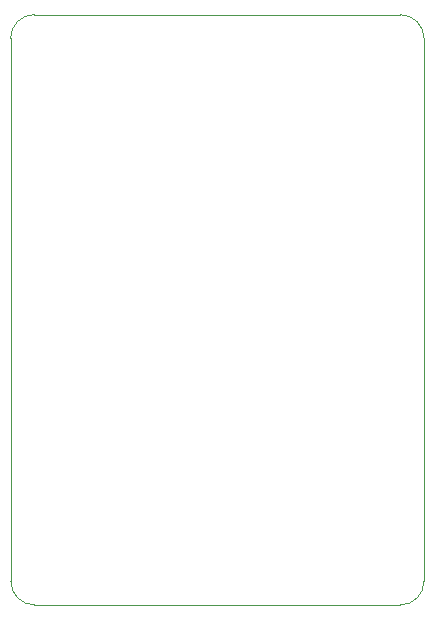
<source format=gm1>
G04 #@! TF.GenerationSoftware,KiCad,Pcbnew,8.0.4*
G04 #@! TF.CreationDate,2024-09-18T18:28:34+10:00*
G04 #@! TF.ProjectId,ESC,4553432e-6b69-4636-9164-5f7063625858,rev?*
G04 #@! TF.SameCoordinates,Original*
G04 #@! TF.FileFunction,Profile,NP*
%FSLAX46Y46*%
G04 Gerber Fmt 4.6, Leading zero omitted, Abs format (unit mm)*
G04 Created by KiCad (PCBNEW 8.0.4) date 2024-09-18 18:28:34*
%MOMM*%
%LPD*%
G01*
G04 APERTURE LIST*
G04 #@! TA.AperFunction,Profile*
%ADD10C,0.050000*%
G04 #@! TD*
G04 APERTURE END LIST*
D10*
X128000000Y-26014214D02*
G75*
G02*
X129999986Y-28014214I0J-1999986D01*
G01*
X97014214Y-75985786D02*
G75*
G02*
X95014214Y-73985786I-14J1999986D01*
G01*
X95014214Y-73985786D02*
X95000000Y-28000000D01*
X130000000Y-73985786D02*
G75*
G02*
X128000000Y-75985800I-2000000J-14D01*
G01*
X128000000Y-75985786D02*
X97014214Y-75985786D01*
X95000000Y-28000000D02*
G75*
G02*
X97000000Y-26000000I2000000J0D01*
G01*
X130000000Y-28014214D02*
X130000000Y-73985786D01*
X97000000Y-26000000D02*
X128000000Y-26014214D01*
M02*

</source>
